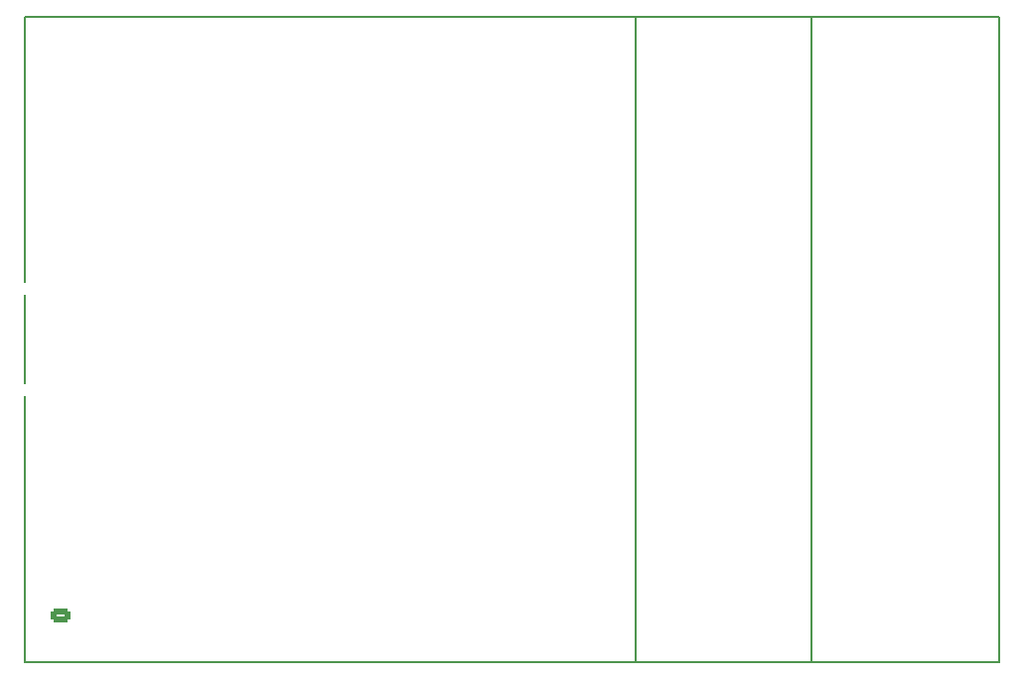
<source format=gbr>
%TF.GenerationSoftware,KiCad,Pcbnew,(6.0.10)*%
%TF.CreationDate,2023-05-27T23:42:58+02:00*%
%TF.ProjectId,black_scope,626c6163-6b5f-4736-936f-70652e6b6963,rev?*%
%TF.SameCoordinates,Original*%
%TF.FileFunction,Legend,Bot*%
%TF.FilePolarity,Positive*%
%FSLAX46Y46*%
G04 Gerber Fmt 4.6, Leading zero omitted, Abs format (unit mm)*
G04 Created by KiCad (PCBNEW (6.0.10)) date 2023-05-27 23:42:58*
%MOMM*%
%LPD*%
G01*
G04 APERTURE LIST*
G04 Aperture macros list*
%AMRoundRect*
0 Rectangle with rounded corners*
0 $1 Rounding radius*
0 $2 $3 $4 $5 $6 $7 $8 $9 X,Y pos of 4 corners*
0 Add a 4 corners polygon primitive as box body*
4,1,4,$2,$3,$4,$5,$6,$7,$8,$9,$2,$3,0*
0 Add four circle primitives for the rounded corners*
1,1,$1+$1,$2,$3*
1,1,$1+$1,$4,$5*
1,1,$1+$1,$6,$7*
1,1,$1+$1,$8,$9*
0 Add four rect primitives between the rounded corners*
20,1,$1+$1,$2,$3,$4,$5,0*
20,1,$1+$1,$4,$5,$6,$7,0*
20,1,$1+$1,$6,$7,$8,$9,0*
20,1,$1+$1,$8,$9,$2,$3,0*%
G04 Aperture macros list end*
%ADD10C,0.150000*%
%ADD11RoundRect,0.250000X-0.625000X0.350000X-0.625000X-0.350000X0.625000X-0.350000X0.625000X0.350000X0*%
%ADD12O,1.750000X1.200000*%
%ADD13R,1.700000X1.700000*%
%ADD14O,1.700000X1.700000*%
%ADD15C,0.650000*%
%ADD16O,2.100000X1.000000*%
%ADD17O,1.600000X1.000000*%
G04 APERTURE END LIST*
D10*
X152000000Y-75000000D02*
X152000000Y-130000000D01*
X100000000Y-75000000D02*
X183000000Y-75000000D01*
X183000000Y-75000000D02*
X183000000Y-130000000D01*
X183000000Y-130000000D02*
X100000000Y-130000000D01*
X100000000Y-130000000D02*
X100000000Y-75000000D01*
X183000000Y-75000000D02*
X167000000Y-75000000D01*
X167000000Y-75000000D02*
X167000000Y-130000000D01*
X167000000Y-130000000D02*
X183000000Y-130000000D01*
X183000000Y-130000000D02*
X183000000Y-75000000D01*
%LPC*%
D11*
%TO.C,J3*%
X103000000Y-126000000D03*
D12*
X103000000Y-128000000D03*
%TD*%
D13*
%TO.C,J5*%
X105332500Y-89200000D03*
D14*
X102792500Y-89200000D03*
X105332500Y-86660000D03*
X102792500Y-86660000D03*
%TD*%
D15*
%TO.C,P1*%
X103600000Y-99610000D03*
X103600000Y-105390000D03*
D16*
X104130000Y-98180000D03*
D17*
X99950000Y-98180000D03*
D16*
X104130000Y-106820000D03*
D17*
X99950000Y-106820000D03*
%TD*%
D13*
%TO.C,J4*%
X105310000Y-84000000D03*
D14*
X102770000Y-84000000D03*
X105310000Y-81460000D03*
X102770000Y-81460000D03*
X105310000Y-78920000D03*
X102770000Y-78920000D03*
X105310000Y-76380000D03*
X102770000Y-76380000D03*
%TD*%
M02*

</source>
